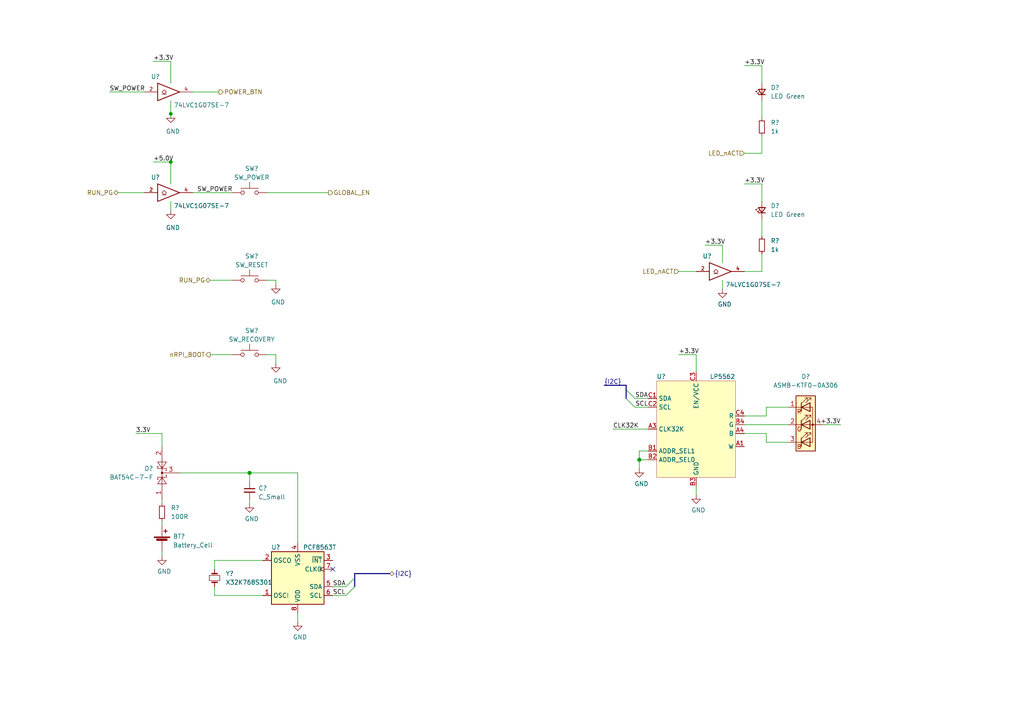
<source format=kicad_sch>
(kicad_sch (version 20201015) (generator eeschema)
  (paper "A4")
  (lib_symbols
    (symbol "74xGxx:74LVC1G07" (pin_names (offset 1.016))
      (property "Reference" "U" (at -2.54 3.81 0))
      (property "Value" "74LVC1G07" (at 0 -3.81 0))
      (symbol "74LVC1G07_0_1"
        (polyline (pts (xy -2.54 -0.635) (xy -1.27 -0.635)))
        (polyline (pts (xy -3.81 2.54) (xy -3.81 -2.54) (xy 2.54 0) (xy -3.81 2.54)) (stroke (width 0.254)))
        (polyline (pts (xy -1.905 0.635) (xy -2.54 0) (xy -1.905 -0.635) (xy -1.27 0) (xy -1.905 0.635)))
      )
      (symbol "74LVC1G07_1_1"
        (pin input line (at -7.62 0 0) (length 3.81) (name "~") (number "2"))
        (pin power_in line (at 0 -2.54 270) (length 0) hide (name "GND") (number "3"))
        (pin open_collector line (at 6.35 0 180) (length 3.81) (name "~") (number "4"))
        (pin power_in line (at 0 2.54 90) (length 0) hide (name "VCC") (number "5"))
      )
    )
    (symbol "Device:Battery_Cell" (pin_numbers hide) (pin_names (offset 0) hide)
      (property "Reference" "BT" (at 2.54 2.54 0))
      (property "Value" "Battery_Cell" (at 2.54 0 0))
      (symbol "Battery_Cell_0_1"
        (rectangle (start -2.286 1.778) (end 2.286 1.524) (fill (type outline)))
        (rectangle (start -1.5748 1.1938) (end 1.4732 0.6858) (fill (type outline)))
        (polyline (pts (xy 0 0.762) (xy 0 0)))
        (polyline (pts (xy 0 1.778) (xy 0 2.54)))
        (polyline (pts (xy 0.508 3.429) (xy 1.524 3.429)) (stroke (width 0.254)))
        (polyline (pts (xy 1.016 3.937) (xy 1.016 2.921)) (stroke (width 0.254)))
      )
      (symbol "Battery_Cell_1_1"
        (pin passive line (at 0 5.08 270) (length 2.54) (name "+") (number "1"))
        (pin passive line (at 0 -2.54 90) (length 2.54) (name "-") (number "2"))
      )
    )
    (symbol "Device:C_Small" (pin_numbers hide) (pin_names (offset 0.254) hide)
      (property "Reference" "C" (at 0.254 1.778 0))
      (property "Value" "C_Small" (at 0.254 -2.032 0))
      (symbol "C_Small_0_1"
        (polyline (pts (xy -1.524 -0.508) (xy 1.524 -0.508)) (stroke (width 0.3302)))
        (polyline (pts (xy -1.524 0.508) (xy 1.524 0.508)) (stroke (width 0.3048)))
      )
      (symbol "C_Small_1_1"
        (pin passive line (at 0 2.54 270) (length 2.032) (name "~") (number "1"))
        (pin passive line (at 0 -2.54 90) (length 2.032) (name "~") (number "2"))
      )
    )
    (symbol "Device:Crystal_Small" (pin_numbers hide) (pin_names (offset 1.016) hide)
      (property "Reference" "Y" (at 0 2.54 0))
      (property "Value" "Crystal_Small" (at 0 -2.54 0))
      (symbol "Crystal_Small_0_1"
        (rectangle (start -0.762 -1.524) (end 0.762 1.524))
        (polyline (pts (xy -1.27 -0.762) (xy -1.27 0.762)) (stroke (width 0.381)))
        (polyline (pts (xy 1.27 -0.762) (xy 1.27 0.762)) (stroke (width 0.381)))
      )
      (symbol "Crystal_Small_1_1"
        (pin passive line (at -2.54 0 0) (length 1.27) (name "1") (number "1"))
        (pin passive line (at 2.54 0 180) (length 1.27) (name "2") (number "2"))
      )
    )
    (symbol "Device:LED_RGBA" (pin_names (offset 0) hide)
      (property "Reference" "D" (at 0 9.398 0))
      (property "Value" "LED_RGBA" (at 0 -8.89 0))
      (symbol "LED_RGBA_0_0"
        (text "B" (at -1.905 -6.35 0) (effects (font (size 1.27 1.27))))
        (text "G" (at -1.905 -1.27 0) (effects (font (size 1.27 1.27))))
        (text "R" (at -1.905 3.81 0) (effects (font (size 1.27 1.27))))
      )
      (symbol "LED_RGBA_0_1"
        (circle (center 2.032 0) (radius 0.254) (fill (type outline)))
        (rectangle (start 1.27 -1.27) (end 1.27 1.27))
        (rectangle (start 1.27 1.27) (end 1.27 1.27))
        (rectangle (start 1.27 3.81) (end 1.27 6.35))
        (rectangle (start 1.27 6.35) (end 1.27 6.35))
        (rectangle (start 2.794 8.382) (end -2.794 -7.62) (stroke (width 0.254)) (fill (type background)))
        (polyline (pts (xy -1.27 -5.08) (xy -2.54 -5.08)))
        (polyline (pts (xy -1.27 -5.08) (xy 1.27 -5.08)))
        (polyline (pts (xy -1.27 -3.81) (xy -1.27 -6.35)) (stroke (width 0.254)))
        (polyline (pts (xy -1.27 0) (xy -2.54 0)))
        (polyline (pts (xy -1.27 1.27) (xy -1.27 -1.27)) (stroke (width 0.254)))
        (polyline (pts (xy -1.27 5.08) (xy -2.54 5.08)))
        (polyline (pts (xy -1.27 5.08) (xy 1.27 5.08)))
        (polyline (pts (xy -1.27 6.35) (xy -1.27 3.81)) (stroke (width 0.254)))
        (polyline (pts (xy 1.27 0) (xy -1.27 0)))
        (polyline (pts (xy 1.27 0) (xy 2.54 0)))
        (polyline (pts (xy -1.27 1.27) (xy -1.27 -1.27) (xy -1.27 -1.27)))
        (polyline (pts (xy -1.27 6.35) (xy -1.27 3.81) (xy -1.27 3.81)))
        (polyline (pts (xy 1.27 -5.08) (xy 2.032 -5.08) (xy 2.032 5.08) (xy 1.27 5.08)))
        (polyline (pts (xy 1.27 -3.81) (xy 1.27 -6.35) (xy -1.27 -5.08) (xy 1.27 -3.81)) (stroke (width 0.254)))
        (polyline (pts (xy 1.27 1.27) (xy 1.27 -1.27) (xy -1.27 0) (xy 1.27 1.27)) (stroke (width 0.254)))
        (polyline (pts (xy 1.27 6.35) (xy 1.27 3.81) (xy -1.27 5.08) (xy 1.27 6.35)) (stroke (width 0.254)))
        (polyline (pts (xy -1.016 -3.81) (xy 0.508 -2.286) (xy -0.254 -2.286) (xy 0.508 -2.286) (xy 0.508 -3.048)))
        (polyline (pts (xy -1.016 1.27) (xy 0.508 2.794) (xy -0.254 2.794) (xy 0.508 2.794) (xy 0.508 2.032)))
        (polyline (pts (xy -1.016 6.35) (xy 0.508 7.874) (xy -0.254 7.874) (xy 0.508 7.874) (xy 0.508 7.112)))
        (polyline (pts (xy 0 -3.81) (xy 1.524 -2.286) (xy 0.762 -2.286) (xy 1.524 -2.286) (xy 1.524 -3.048)))
        (polyline (pts (xy 0 1.27) (xy 1.524 2.794) (xy 0.762 2.794) (xy 1.524 2.794) (xy 1.524 2.032)))
        (polyline (pts (xy 0 6.35) (xy 1.524 7.874) (xy 0.762 7.874) (xy 1.524 7.874) (xy 1.524 7.112)))
      )
      (symbol "LED_RGBA_1_1"
        (pin passive line (at -5.08 5.08 0) (length 2.54) (name "RK") (number "1"))
        (pin passive line (at -5.08 0 0) (length 2.54) (name "GK") (number "2"))
        (pin passive line (at -5.08 -5.08 0) (length 2.54) (name "BK") (number "3"))
        (pin passive line (at 5.08 0 180) (length 2.54) (name "A") (number "4"))
      )
    )
    (symbol "Device:LED_Small" (pin_numbers hide) (pin_names (offset 0.254) hide)
      (property "Reference" "D" (at -1.27 3.175 0))
      (property "Value" "LED_Small" (at -4.445 -2.54 0))
      (symbol "LED_Small_0_1"
        (polyline (pts (xy -0.762 -1.016) (xy -0.762 1.016)) (stroke (width 0.254)))
        (polyline (pts (xy 1.016 0) (xy -0.762 0)))
        (polyline (pts (xy 0.762 -1.016) (xy -0.762 0) (xy 0.762 1.016) (xy 0.762 -1.016)) (stroke (width 0.254)))
        (polyline (pts (xy 0 0.762) (xy -0.508 1.27) (xy -0.254 1.27) (xy -0.508 1.27) (xy -0.508 1.016)))
        (polyline (pts (xy 0.508 1.27) (xy 0 1.778) (xy 0.254 1.778) (xy 0 1.778) (xy 0 1.524)))
      )
      (symbol "LED_Small_1_1"
        (pin passive line (at -2.54 0 0) (length 1.778) (name "K") (number "1"))
        (pin passive line (at 2.54 0 180) (length 1.778) (name "A") (number "2"))
      )
    )
    (symbol "Device:R_Small" (pin_numbers hide) (pin_names (offset 0.254) hide)
      (property "Reference" "R" (at 0.762 0.508 0))
      (property "Value" "R_Small" (at 0.762 -1.016 0))
      (symbol "R_Small_0_1"
        (rectangle (start -0.762 1.778) (end 0.762 -1.778) (stroke (width 0.2032)))
      )
      (symbol "R_Small_1_1"
        (pin passive line (at 0 2.54 270) (length 0.762) (name "~") (number "1"))
        (pin passive line (at 0 -2.54 90) (length 0.762) (name "~") (number "2"))
      )
    )
    (symbol "Diode:BAT54C" (pin_names (offset 1.016))
      (property "Reference" "D" (at 0.635 -3.81 0))
      (property "Value" "BAT54C" (at -6.35 3.175 0))
      (symbol "BAT54C_0_1"
        (circle (center 0 0) (radius 0.254) (fill (type outline)))
        (polyline (pts (xy -1.905 0) (xy 1.905 0)))
        (polyline (pts (xy -1.905 1.27) (xy -1.905 1.016)))
        (polyline (pts (xy -1.27 -1.27) (xy -0.635 -1.27)))
        (polyline (pts (xy -1.27 0) (xy -3.81 0)))
        (polyline (pts (xy -1.27 1.27) (xy -1.905 1.27)))
        (polyline (pts (xy -1.27 1.27) (xy -1.27 -1.27)))
        (polyline (pts (xy -0.635 -1.27) (xy -0.635 -1.016)))
        (polyline (pts (xy 0.635 -1.27) (xy 0.635 -1.016)))
        (polyline (pts (xy 1.27 -1.27) (xy 0.635 -1.27)))
        (polyline (pts (xy 1.27 1.27) (xy 1.27 -1.27)))
        (polyline (pts (xy 1.27 1.27) (xy 1.905 1.27)))
        (polyline (pts (xy 1.905 1.27) (xy 1.905 1.016)))
        (polyline (pts (xy 3.81 0) (xy 1.27 0)))
        (polyline (pts (xy -3.175 -1.27) (xy -3.175 1.27) (xy -1.27 0) (xy -3.175 -1.27)))
        (polyline (pts (xy 3.175 -1.27) (xy 3.175 1.27) (xy 1.27 0) (xy 3.175 -1.27)))
      )
      (symbol "BAT54C_1_1"
        (pin passive line (at -7.62 0 0) (length 3.81) (name "~") (number "1"))
        (pin passive line (at 7.62 0 180) (length 3.81) (name "~") (number "2"))
        (pin passive line (at 0 -5.08 90) (length 5.08) (name "~") (number "3"))
      )
    )
    (symbol "LightBlue:LP5562"
      (property "Reference" "U" (at -10.16 15.24 0))
      (property "Value" "LP5562" (at 7.62 15.24 0))
      (symbol "LP5562_0_1"
        (rectangle (start -11.43 13.97) (end 11.43 -13.97) (stroke (width 0.0006)) (fill (type background)))
      )
      (symbol "LP5562_1_1"
        (pin input line (at 0 -16.51 90) (length 2.54) (name "GND") (number "B3"))
        (pin bidirectional line (at -13.97 8.89 0) (length 2.54) (name "SDA") (number "C1"))
        (pin input line (at -13.97 6.35 0) (length 2.54) (name "SCL") (number "C2"))
        (pin input line (at -13.97 -6.35 0) (length 2.54) (name "ADDR_SEL1") (number "B1"))
        (pin input line (at -13.97 -8.89 0) (length 2.54) (name "ADDR_SEL0") (number "B2"))
        (pin output line (at 13.97 -5.08 180) (length 2.54) (name "W") (number "A1"))
        (pin output line (at 13.97 3.81 180) (length 2.54) (name "R") (number "C4"))
        (pin output line (at 13.97 1.27 180) (length 2.54) (name "G") (number "B4"))
        (pin output line (at 13.97 -1.27 180) (length 2.54) (name "B") (number "A4"))
        (pin input line (at 0 16.51 270) (length 2.54) (name "EN/VCC") (number "C3"))
        (pin input line (at -13.97 0 0) (length 2.54) (name "CLK32K") (number "A3"))
      )
    )
    (symbol "Switch:SW_Push" (pin_numbers hide) (pin_names (offset 1.016) hide)
      (property "Reference" "SW" (at 1.27 2.54 0))
      (property "Value" "SW_Push" (at 0 -1.524 0))
      (symbol "SW_Push_0_1"
        (circle (center -2.032 0) (radius 0.508))
        (circle (center 2.032 0) (radius 0.508))
        (polyline (pts (xy 0 1.27) (xy 0 3.048)))
        (polyline (pts (xy 2.54 1.27) (xy -2.54 1.27)))
        (pin passive line (at -5.08 0 0) (length 2.54) (name "1") (number "1"))
        (pin passive line (at 5.08 0 180) (length 2.54) (name "2") (number "2"))
      )
    )
    (symbol "Timer_RTC:PCF8563T"
      (property "Reference" "U" (at -7.62 8.89 0))
      (property "Value" "PCF8563T" (at 2.54 8.89 0))
      (symbol "PCF8563T_0_1"
        (rectangle (start -7.62 7.62) (end 7.62 -7.62) (stroke (width 0.254)) (fill (type background)))
      )
      (symbol "PCF8563T_1_1"
        (pin input line (at -10.16 5.08 0) (length 2.54) (name "OSCI") (number "1"))
        (pin output line (at -10.16 -5.08 0) (length 2.54) (name "OSCO") (number "2"))
        (pin output line (at 10.16 -5.08 180) (length 2.54) (name "~INT~") (number "3"))
        (pin power_in line (at 0 -10.16 90) (length 2.54) (name "VSS") (number "4"))
        (pin bidirectional line (at 10.16 2.54 180) (length 2.54) (name "SDA") (number "5"))
        (pin input line (at 10.16 5.08 180) (length 2.54) (name "SCL") (number "6"))
        (pin output clock (at 10.16 -2.54 180) (length 2.54) (name "CLKO") (number "7"))
        (pin power_in line (at 0 10.16 270) (length 2.54) (name "VDD") (number "8"))
      )
    )
    (symbol "power:GND" (power) (pin_names (offset 0))
      (property "Value" "GND" (at 0 -3.81 0))
      (symbol "GND_0_1"
        (polyline (pts (xy 0 0) (xy 0 -1.27) (xy 1.27 -1.27) (xy 0 -2.54) (xy -1.27 -1.27) (xy 0 -1.27)))
      )
      (symbol "GND_1_1"
        (pin power_in line (at 0 0 270) (length 0) hide (name "GND") (number "1"))
      )
    )
  )
  (junction (at 49.53 33.02) (diameter 0.9144))
  (junction (at 49.53 46.99) (diameter 0.9144))
  (junction (at 72.39 137.16) (diameter 1.016))
  (junction (at 185.42 133.35) (diameter 1.016))
  (no_connect (at 96.52 165.1))
  (bus_entry (at 102.87 167.64) (size -2.54 2.54) (stroke (width 0.1524)))
  (bus_entry (at 102.87 170.18) (size -2.54 2.54) (stroke (width 0.1524)))
  (bus_entry (at 181.61 113.03) (size 2.54 2.54) (stroke (width 0.1524)))
  (bus_entry (at 181.61 115.57) (size 2.54 2.54) (stroke (width 0.1524)))
  (wire (pts (xy 31.75 26.67) (xy 41.91 26.67)))
  (wire (pts (xy 34.29 55.88) (xy 41.91 55.88)))
  (wire (pts (xy 39.37 125.73) (xy 46.99 125.73)))
  (wire (pts (xy 44.45 17.78) (xy 49.53 17.78)))
  (wire (pts (xy 44.45 46.99) (xy 49.53 46.99)))
  (wire (pts (xy 46.99 129.54) (xy 46.99 125.73)))
  (wire (pts (xy 46.99 144.78) (xy 46.99 146.05)))
  (wire (pts (xy 46.99 151.13) (xy 46.99 152.4)))
  (wire (pts (xy 46.99 160.02) (xy 46.99 161.29)))
  (wire (pts (xy 49.53 17.78) (xy 49.53 24.13)))
  (wire (pts (xy 49.53 29.21) (xy 49.53 33.02)))
  (wire (pts (xy 49.53 33.02) (xy 49.53 34.29)))
  (wire (pts (xy 49.53 45.72) (xy 49.53 46.99)))
  (wire (pts (xy 49.53 46.99) (xy 49.53 53.34)))
  (wire (pts (xy 49.53 58.42) (xy 49.53 60.96)))
  (wire (pts (xy 52.07 137.16) (xy 72.39 137.16)))
  (wire (pts (xy 55.88 26.67) (xy 63.5 26.67)))
  (wire (pts (xy 55.88 55.88) (xy 67.31 55.88)))
  (wire (pts (xy 60.96 81.28) (xy 67.31 81.28)))
  (wire (pts (xy 60.96 102.87) (xy 67.31 102.87)))
  (wire (pts (xy 62.23 162.56) (xy 62.23 165.1)))
  (wire (pts (xy 62.23 170.18) (xy 62.23 172.72)))
  (wire (pts (xy 62.23 172.72) (xy 76.2 172.72)))
  (wire (pts (xy 72.39 137.16) (xy 72.39 139.7)))
  (wire (pts (xy 72.39 137.16) (xy 86.36 137.16)))
  (wire (pts (xy 72.39 144.78) (xy 72.39 146.05)))
  (wire (pts (xy 76.2 162.56) (xy 62.23 162.56)))
  (wire (pts (xy 77.47 55.88) (xy 95.25 55.88)))
  (wire (pts (xy 77.47 102.87) (xy 80.01 102.87)))
  (wire (pts (xy 80.01 81.28) (xy 77.47 81.28)))
  (wire (pts (xy 80.01 82.55) (xy 80.01 81.28)))
  (wire (pts (xy 80.01 102.87) (xy 80.01 105.41)))
  (wire (pts (xy 86.36 137.16) (xy 86.36 157.48)))
  (wire (pts (xy 86.36 177.8) (xy 86.36 180.34)))
  (wire (pts (xy 96.52 170.18) (xy 100.33 170.18)))
  (wire (pts (xy 96.52 172.72) (xy 100.33 172.72)))
  (wire (pts (xy 177.8 124.46) (xy 187.96 124.46)))
  (wire (pts (xy 185.42 130.81) (xy 187.96 130.81)))
  (wire (pts (xy 185.42 133.35) (xy 185.42 130.81)))
  (wire (pts (xy 185.42 133.35) (xy 185.42 135.89)))
  (wire (pts (xy 187.96 115.57) (xy 184.15 115.57)))
  (wire (pts (xy 187.96 118.11) (xy 184.15 118.11)))
  (wire (pts (xy 187.96 133.35) (xy 185.42 133.35)))
  (wire (pts (xy 196.85 78.74) (xy 201.93 78.74)))
  (wire (pts (xy 196.85 102.87) (xy 201.93 102.87)))
  (wire (pts (xy 201.93 102.87) (xy 201.93 107.95)))
  (wire (pts (xy 201.93 140.97) (xy 201.93 143.51)))
  (wire (pts (xy 204.47 71.12) (xy 209.55 71.12)))
  (wire (pts (xy 209.55 76.2) (xy 209.55 71.12)))
  (wire (pts (xy 209.55 81.28) (xy 209.55 83.82)))
  (wire (pts (xy 215.9 19.05) (xy 220.98 19.05)))
  (wire (pts (xy 215.9 44.45) (xy 220.98 44.45)))
  (wire (pts (xy 215.9 53.34) (xy 220.98 53.34)))
  (wire (pts (xy 215.9 78.74) (xy 220.98 78.74)))
  (wire (pts (xy 215.9 120.65) (xy 222.25 120.65)))
  (wire (pts (xy 215.9 123.19) (xy 228.6 123.19)))
  (wire (pts (xy 215.9 125.73) (xy 222.25 125.73)))
  (wire (pts (xy 220.98 19.05) (xy 220.98 24.13)))
  (wire (pts (xy 220.98 29.21) (xy 220.98 34.29)))
  (wire (pts (xy 220.98 39.37) (xy 220.98 44.45)))
  (wire (pts (xy 220.98 53.34) (xy 220.98 58.42)))
  (wire (pts (xy 220.98 63.5) (xy 220.98 68.58)))
  (wire (pts (xy 220.98 73.66) (xy 220.98 78.74)))
  (wire (pts (xy 222.25 118.11) (xy 228.6 118.11)))
  (wire (pts (xy 222.25 120.65) (xy 222.25 118.11)))
  (wire (pts (xy 222.25 125.73) (xy 222.25 128.27)))
  (wire (pts (xy 222.25 128.27) (xy 228.6 128.27)))
  (wire (pts (xy 238.76 123.19) (xy 243.84 123.19)))
  (bus (pts (xy 102.87 166.37) (xy 102.87 167.64)))
  (bus (pts (xy 102.87 166.37) (xy 113.03 166.37)))
  (bus (pts (xy 102.87 167.64) (xy 102.87 170.18)))
  (bus (pts (xy 175.26 111.76) (xy 181.61 111.76)))
  (bus (pts (xy 181.61 111.76) (xy 181.61 113.03)))
  (bus (pts (xy 181.61 113.03) (xy 181.61 115.57)))
  (label "SW_POWER" (at 31.75 26.67 0))
  (label "3.3V" (at 39.37 125.73 0))
  (label "+3.3V" (at 44.45 17.78 0))
  (label "+5.0V" (at 44.45 46.99 0))
  (label "SW_POWER" (at 57.15 55.88 0))
  (label "SDA" (at 96.52 170.18 0))
  (label "SCL" (at 96.52 172.72 0))
  (label "{I2C}" (at 175.26 111.76 0))
  (label "CLK32K" (at 177.8 124.46 0))
  (label "SDA" (at 187.96 115.57 180))
  (label "SCL" (at 187.96 118.11 180))
  (label "+3.3V" (at 196.85 102.87 0))
  (label "+3.3V" (at 204.47 71.12 0))
  (label "+3.3V" (at 215.9 19.05 0))
  (label "+3.3V" (at 215.9 53.34 0))
  (label "+3.3V" (at 243.84 123.19 180))
  (hierarchical_label "RUN_PG" (shape bidirectional) (at 34.29 55.88 180))
  (hierarchical_label "RUN_PG" (shape bidirectional) (at 60.96 81.28 180))
  (hierarchical_label "nRPI_BOOT" (shape output) (at 60.96 102.87 180))
  (hierarchical_label "POWER_BTN" (shape output) (at 63.5 26.67 0))
  (hierarchical_label "GLOBAL_EN" (shape output) (at 95.25 55.88 0))
  (hierarchical_label "{I2C}" (shape bidirectional) (at 113.03 166.37 0))
  (hierarchical_label "LED_nACT" (shape input) (at 196.85 78.74 180))
  (hierarchical_label "LED_nACT" (shape input) (at 215.9 44.45 180))
  (symbol (lib_id "power:GND") (at 46.99 161.29 0) (unit 1)
    (property "Reference" "#PWR?" (effects hide))
    (property "Value" "GND" (at 47.625 165.735 0))
  )
  (symbol (lib_id "power:GND") (at 49.53 33.02 0) (unit 1)
    (property "Reference" "#PWR?" (effects hide))
    (property "Value" "GND" (at 50.165 38.1 0))
  )
  (symbol (lib_id "power:GND") (at 49.53 60.96 0) (unit 1)
    (property "Reference" "#PWR?" (effects hide))
    (property "Value" "GND" (at 50.165 66.04 0))
  )
  (symbol (lib_id "power:GND") (at 72.39 146.05 0) (unit 1)
    (property "Reference" "#PWR?" (effects hide))
    (property "Value" "GND" (at 73.025 150.495 0))
  )
  (symbol (lib_id "power:GND") (at 80.01 82.55 0) (unit 1)
    (property "Reference" "#PWR?" (effects hide))
    (property "Value" "GND" (at 80.645 87.63 0))
  )
  (symbol (lib_id "power:GND") (at 80.01 105.41 0) (unit 1)
    (property "Reference" "#PWR?" (effects hide))
    (property "Value" "GND" (at 81.28 110.49 0))
  )
  (symbol (lib_id "power:GND") (at 86.36 180.34 0) (unit 1)
    (property "Reference" "#PWR?" (effects hide))
    (property "Value" "GND" (at 86.995 184.785 0))
  )
  (symbol (lib_id "power:GND") (at 185.42 135.89 0) (unit 1)
    (property "Reference" "#PWR?" (effects hide))
    (property "Value" "GND" (at 186.055 140.335 0))
  )
  (symbol (lib_id "power:GND") (at 201.93 143.51 0) (unit 1)
    (property "Reference" "#PWR?" (effects hide))
    (property "Value" "GND" (at 202.565 147.955 0))
  )
  (symbol (lib_id "power:GND") (at 209.55 83.82 0) (unit 1)
    (property "Reference" "#PWR?" (effects hide))
    (property "Value" "GND" (at 210.185 88.265 0))
  )
  (symbol (lib_id "Device:R_Small") (at 46.99 148.59 0) (unit 1)
    (property "Reference" "R?" (at 49.53 147.32 0) (effects (justify left)))
    (property "Value" "100R" (at 49.53 149.86 0) (effects (justify left)))
  )
  (symbol (lib_id "Device:R_Small") (at 220.98 36.83 0) (unit 1)
    (property "Reference" "R?" (at 223.52 35.56 0) (effects (justify left)))
    (property "Value" "1k" (at 223.52 38.1 0) (effects (justify left)))
  )
  (symbol (lib_id "Device:R_Small") (at 220.98 71.12 0) (unit 1)
    (property "Reference" "R?" (at 223.52 69.85 0) (effects (justify left)))
    (property "Value" "1k" (at 223.52 72.39 0) (effects (justify left)))
  )
  (symbol (lib_id "Device:LED_Small") (at 220.98 26.67 90) (unit 1)
    (property "Reference" "D?" (at 223.52 25.4 90) (effects (justify right)))
    (property "Value" "LED Green" (at 223.52 27.94 90) (effects (justify right)))
  )
  (symbol (lib_id "Device:LED_Small") (at 220.98 60.96 90) (unit 1)
    (property "Reference" "D?" (at 223.52 59.69 90) (effects (justify right)))
    (property "Value" "LED Green" (at 223.52 62.23 90) (effects (justify right)))
  )
  (symbol (lib_id "Device:Crystal_Small") (at 62.23 167.64 90) (unit 1)
    (property "Reference" "Y?" (at 65.405 166.37 90) (effects (justify right)))
    (property "Value" "X32K768S301" (at 65.405 168.91 90) (effects (justify right)))
  )
  (symbol (lib_id "Device:C_Small") (at 72.39 142.24 0) (unit 1)
    (property "Reference" "C?" (at 74.93 141.605 0) (effects (justify left)))
    (property "Value" "C_Small" (at 74.93 144.145 0) (effects (justify left)))
  )
  (symbol (lib_id "Device:Battery_Cell") (at 46.99 157.48 0) (unit 1)
    (property "Reference" "BT?" (at 50.165 155.575 0) (effects (justify left)))
    (property "Value" "Battery_Cell" (at 50.165 158.115 0) (effects (justify left)))
  )
  (symbol (lib_id "Switch:SW_Push") (at 72.39 55.88 0) (unit 1)
    (property "Reference" "SW?" (at 73.025 48.895 0))
    (property "Value" "SW_POWER" (at 73.025 51.435 0))
    (property "Footprint" "Button_Switch_THT:SW_Tactile_SPST_Angled_PTS645Vx39-2LFS" (effects hide))
  )
  (symbol (lib_id "Switch:SW_Push") (at 72.39 81.28 0) (unit 1)
    (property "Reference" "SW?" (at 73.025 74.295 0))
    (property "Value" "SW_RESET" (at 73.025 76.835 0))
    (property "Footprint" "Button_Switch_THT:SW_Tactile_SPST_Angled_PTS645Vx39-2LFS" (effects hide))
  )
  (symbol (lib_id "Switch:SW_Push") (at 72.39 102.87 0) (unit 1)
    (property "Reference" "SW?" (at 73.025 95.885 0))
    (property "Value" "SW_RECOVERY" (at 73.025 98.425 0))
    (property "Footprint" "Button_Switch_SMD:SW_SPST_EVQP7C" (effects hide))
  )
  (symbol (lib_id "74xGxx:74LVC1G07") (at 49.53 26.67 0) (unit 1)
    (property "Reference" "U?" (at 45.085 22.225 0))
    (property "Value" "74LVC1G07SE-7" (at 58.42 30.48 0))
    (property "Datasheet" "http://www.ti.com/lit/sg/scyt129e/scyt129e.pdf" (effects hide))
  )
  (symbol (lib_id "74xGxx:74LVC1G07") (at 49.53 55.88 0) (unit 1)
    (property "Reference" "U?" (at 45.085 51.435 0))
    (property "Value" "74LVC1G07SE-7" (at 58.42 59.69 0))
    (property "Datasheet" "http://www.ti.com/lit/sg/scyt129e/scyt129e.pdf" (effects hide))
  )
  (symbol (lib_id "74xGxx:74LVC1G07") (at 209.55 78.74 0) (unit 1)
    (property "Reference" "U?" (at 205.105 74.295 0))
    (property "Value" "74LVC1G07SE-7" (at 218.44 82.55 0))
    (property "Datasheet" "http://www.ti.com/lit/sg/scyt129e/scyt129e.pdf" (effects hide))
  )
  (symbol (lib_id "Diode:BAT54C") (at 46.99 137.16 90) (unit 1)
    (property "Reference" "D?" (at 44.45 135.89 90) (effects (justify left)))
    (property "Value" "BAT54C-7-F" (at 44.45 138.43 90) (effects (justify left)))
    (property "Footprint" "Package_TO_SOT_SMD:SOT-23" (effects hide))
    (property "Datasheet" "http://www.diodes.com/_files/datasheets/ds11005.pdf" (effects hide))
  )
  (symbol (lib_id "Device:LED_RGBA") (at 233.68 123.19 0) (unit 1)
    (property "Reference" "D?" (at 233.68 109.22 0))
    (property "Value" "ASMB-KTF0-0A306" (at 233.68 111.76 0))
    (property "Footprint" "LightBlue:LED_RGB_ASMB-KTF0-0A306_PLCC4_2.2x2.0mm_P1.1mm" (effects hide))
    (property "Datasheet" "https://www.mouser.ch/datasheet/2/678/SMB-KTF0-0A306-DS100_2017-09-15-1279410.pdf" (effects hide))
  )
  (symbol (lib_id "Timer_RTC:PCF8563T") (at 86.36 167.64 0) (mirror x) (unit 1)
    (property "Reference" "U?" (at 80.01 158.75 0))
    (property "Value" "PCF8563T" (at 92.71 158.75 0))
    (property "Footprint" "Package_SO:SOIC-8_3.9x4.9mm_P1.27mm" (effects hide))
    (property "Datasheet" "https://assets.nexperia.com/documents/data-sheet/PCF8563.pdf" (effects hide))
  )
  (symbol (lib_id "LightBlue:LP5562") (at 201.93 124.46 0) (unit 1)
    (property "Reference" "U?" (at 191.77 109.22 0))
    (property "Value" "LP5562" (at 209.55 109.22 0))
    (property "Footprint" "LightBlue:Texas_DSBGA-12_1.24x1.64mm_Layout3x4_P0.4mm" (effects hide))
    (property "Datasheet" "https://www.ti.com/lit/ds/symlink/lp5562.pdf" (effects hide))
  )
)
</source>
